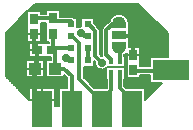
<source format=gtl>
G04 DipTrace 2.4.0.2*
%INcolor.gtl*%
%MOMM*%
%ADD13C,0.305*%
%ADD14C,0.152*%
%ADD16R,0.6X0.6*%
%ADD18R,0.4X0.5*%
%ADD19R,0.7X0.9*%
%ADD20R,0.9X0.7*%
%ADD21R,1.1X1.0*%
%ADD22R,1.6X1.7*%
%ADD23R,2.0X1.7*%
%ADD25R,1.2X0.737*%
%ADD26R,1.7X1.6*%
%ADD27R,1.7X2.032*%
%ADD28C,0.711*%
%FSLAX53Y53*%
G04*
G71*
G90*
G75*
G01*
%LNTop*%
%LPD*%
X14768Y16866D2*
D13*
Y15570D1*
X14701Y15503D1*
X14935Y13907D2*
Y15269D1*
X14701Y15503D1*
X16350Y11270D2*
Y13252D1*
X15696Y13907D1*
X14935D1*
X16294Y15640D2*
X14838D1*
X14701Y15503D1*
X21568Y13768D2*
X21808D1*
X21849Y13727D1*
X23887D1*
X23970Y13810D1*
X17694Y16650D2*
X17389D1*
X17138Y16902D1*
X17694Y14630D2*
Y15640D1*
X19690Y13534D2*
Y12070D1*
X18890Y11270D1*
X16294Y16650D2*
X16388D1*
X16954Y16084D1*
Y13049D1*
X18733Y11270D1*
X18890D1*
X20390Y13534D2*
Y12310D1*
X21430Y11270D1*
X17694Y17660D2*
X17779D1*
X18333Y17106D1*
Y14985D1*
X18886Y14432D1*
X13180Y16828D2*
Y15724D1*
X13401Y15503D1*
Y14072D1*
X13235Y13907D1*
X13810Y11270D2*
X13109D1*
Y13781D1*
X13235Y13907D1*
X21568Y15068D2*
Y16235D1*
X21159Y16643D1*
X20453D1*
X20342Y16754D1*
X16294Y14630D2*
X16038D1*
X15829Y14838D1*
X21498Y16194D2*
X21568Y16235D1*
X13235Y13907D2*
Y11845D1*
X13810Y11270D1*
X19690Y14534D2*
Y14704D1*
X19283Y15111D1*
Y17162D1*
X19968Y17847D1*
X20342D1*
X20390Y14534D2*
Y15615D1*
X20342Y15662D1*
X16294Y17660D2*
Y17923D1*
X15010D1*
X14768Y18166D1*
X13218D1*
X13180Y18128D1*
D28*
X15829Y14838D3*
X21498Y16194D3*
X17138Y16902D3*
X18886Y14432D3*
X13129Y19275D2*
D14*
X22109D1*
X12981Y19126D2*
X22259D1*
X12831Y18977D2*
X22407D1*
X12681Y18828D2*
X14168D1*
X15367D2*
X22557D1*
X13779Y18678D2*
X14168D1*
X15367D2*
X22707D1*
X12384Y18529D2*
X12582D1*
X15367D2*
X20197D1*
X20487D2*
X22855D1*
X12236Y18380D2*
X12582D1*
X15367D2*
X19809D1*
X20875D2*
X23005D1*
X12086Y18231D2*
X12582D1*
X16544D2*
X19678D1*
X21006D2*
X23152D1*
X11936Y18082D2*
X12582D1*
X16844D2*
X17144D1*
X18244D2*
X19578D1*
X21106D2*
X23302D1*
X11788Y17933D2*
X12582D1*
X16844D2*
X17144D1*
X18244D2*
X19492D1*
X21163D2*
X23452D1*
X11638Y17784D2*
X12582D1*
X16844D2*
X17144D1*
X18244D2*
X19342D1*
X21192D2*
X23600D1*
X11491Y17635D2*
X12582D1*
X13779D2*
X14168D1*
X16844D2*
X17144D1*
X18365D2*
X19195D1*
X21211D2*
X23750D1*
X11341Y17486D2*
X12582D1*
X13779D2*
X14168D1*
X16844D2*
X17037D1*
X18516D2*
X19045D1*
X21211D2*
X23898D1*
X11191Y17337D2*
X12582D1*
X13779D2*
X14168D1*
X18658D2*
X18923D1*
X21211D2*
X24048D1*
X11043Y17188D2*
X12582D1*
X13779D2*
X14168D1*
X18727D2*
X18883D1*
X21211D2*
X24198D1*
X10893Y17039D2*
X12582D1*
X13779D2*
X14168D1*
X18735D2*
X18880D1*
X21211D2*
X24345D1*
X10751Y16890D2*
X12582D1*
X13779D2*
X14168D1*
X18735D2*
X18880D1*
X21211D2*
X24488D1*
X10751Y16741D2*
X12582D1*
X13779D2*
X14168D1*
X18735D2*
X18880D1*
X21192D2*
X24488D1*
X10751Y16592D2*
X12582D1*
X13779D2*
X14168D1*
X18735D2*
X18880D1*
X21211D2*
X24488D1*
X10751Y16442D2*
X12582D1*
X13779D2*
X14168D1*
X18735D2*
X18880D1*
X21211D2*
X24488D1*
X10751Y16293D2*
X12582D1*
X13779D2*
X14168D1*
X18735D2*
X18880D1*
X21211D2*
X24488D1*
X10751Y16144D2*
X12582D1*
X13779D2*
X14365D1*
X18735D2*
X18880D1*
X21211D2*
X24488D1*
X10751Y15995D2*
X12701D1*
X18735D2*
X18880D1*
X21211D2*
X24488D1*
X10751Y15846D2*
X12701D1*
X18735D2*
X18880D1*
X21211D2*
X24488D1*
X10751Y15697D2*
X12701D1*
X18735D2*
X18880D1*
X22166D2*
X24488D1*
X10751Y15548D2*
X12701D1*
X18735D2*
X18880D1*
X22166D2*
X24488D1*
X10751Y15399D2*
X12701D1*
X18735D2*
X18880D1*
X22166D2*
X24488D1*
X10751Y15250D2*
X12701D1*
X18735D2*
X18880D1*
X22166D2*
X24488D1*
X10751Y15101D2*
X12701D1*
X18780D2*
X18880D1*
X20821D2*
X20969D1*
X22166D2*
X24488D1*
X10751Y14952D2*
X12701D1*
X20840D2*
X20969D1*
X22166D2*
X24488D1*
X10751Y14803D2*
X14532D1*
X20840D2*
X20969D1*
X22166D2*
X22921D1*
X10751Y14654D2*
X14532D1*
X20840D2*
X20969D1*
X22166D2*
X22921D1*
X10751Y14505D2*
X12434D1*
X14034D2*
X14134D1*
X20840D2*
X20969D1*
X22166D2*
X22921D1*
X10751Y14356D2*
X12434D1*
X14034D2*
X14134D1*
X20840D2*
X20969D1*
X22166D2*
X22921D1*
X10751Y14206D2*
X12434D1*
X14034D2*
X14134D1*
X18244D2*
X18327D1*
X20840D2*
X20969D1*
X22166D2*
X22921D1*
X10751Y14057D2*
X12434D1*
X14034D2*
X14134D1*
X17356D2*
X18416D1*
X20840D2*
X20969D1*
X10751Y13908D2*
X12434D1*
X14034D2*
X14134D1*
X17356D2*
X18599D1*
X20840D2*
X20969D1*
X10751Y13759D2*
X12434D1*
X14034D2*
X14134D1*
X17356D2*
X19240D1*
X20840D2*
X20969D1*
X10751Y13610D2*
X12434D1*
X14034D2*
X14134D1*
X17356D2*
X19240D1*
X20840D2*
X20969D1*
X10751Y13461D2*
X12434D1*
X14034D2*
X14134D1*
X17356D2*
X19240D1*
X20840D2*
X20969D1*
X10751Y13312D2*
X12434D1*
X14034D2*
X14134D1*
X17356D2*
X19240D1*
X20840D2*
X20969D1*
X22166D2*
X22921D1*
X10853Y13163D2*
X15878D1*
X17401D2*
X19240D1*
X20840D2*
X20969D1*
X22166D2*
X22921D1*
X11000Y13014D2*
X15949D1*
X17551D2*
X19288D1*
X20792D2*
X22921D1*
X11150Y12865D2*
X15949D1*
X17699D2*
X19288D1*
X20792D2*
X22921D1*
X11300Y12716D2*
X15949D1*
X17849D2*
X19288D1*
X20792D2*
X23940D1*
X11448Y12567D2*
X15949D1*
X17999D2*
X19288D1*
X20792D2*
X23790D1*
X11598Y12418D2*
X15949D1*
X18146D2*
X19288D1*
X20844D2*
X23643D1*
X11746Y12269D2*
X12710D1*
X14910D2*
X15251D1*
X22530D2*
X23493D1*
X11896Y12120D2*
X12710D1*
X14910D2*
X15251D1*
X22530D2*
X23345D1*
X12046Y11970D2*
X12710D1*
X14910D2*
X15251D1*
X22530D2*
X23195D1*
X12193Y11821D2*
X12710D1*
X14910D2*
X15251D1*
X22530D2*
X23045D1*
X12343Y11672D2*
X12710D1*
X14910D2*
X15251D1*
X22530D2*
X22897D1*
X12491Y11523D2*
X12710D1*
X14910D2*
X15251D1*
X22530D2*
X22747D1*
X14910Y11374D2*
X15251D1*
X14910Y11225D2*
X15251D1*
X14910Y11076D2*
X15251D1*
X14910Y10927D2*
X15251D1*
X14910Y10778D2*
X15251D1*
X16571Y18195D2*
X16829D1*
Y17407D1*
X16950Y17462D1*
X17024Y17481D1*
X17099Y17491D1*
X17159D1*
Y18195D1*
X18229D1*
Y17759D1*
X18607Y17379D1*
X18655Y17321D1*
X18691Y17253D1*
X18713Y17181D1*
X18720Y17106D1*
Y15146D1*
X18848Y15021D1*
X18907D1*
X18896Y15111D1*
Y17162D1*
X18903Y17237D1*
X18925Y17310D1*
X18961Y17377D1*
X19009Y17435D1*
X19553Y17979D1*
X19585Y18067D1*
X19654Y18175D1*
X19750Y18312D1*
X19794Y18360D1*
X19905Y18422D1*
X20037Y18488D1*
X20098Y18508D1*
X20298Y18546D1*
X20386D1*
X20586Y18508D1*
X20647Y18487D1*
X20847Y18387D1*
X20901Y18351D1*
X20978Y18250D1*
X21079Y18106D1*
X21129Y17989D1*
X21162Y17900D1*
X21177Y17818D1*
Y17682D1*
X21196Y17683D1*
Y16801D1*
X21174D1*
X21177Y16748D1*
Y16683D1*
X21196D1*
Y15826D1*
X21174D1*
X21181Y15753D1*
X22152D1*
X22154Y14115D1*
X22938D1*
X22935Y14554D1*
Y14895D1*
X24505D1*
X24504Y16896D1*
X21975Y19425D1*
X18731Y19424D1*
X13261D1*
X12909Y19069D1*
X12652Y18811D1*
X13434Y18813D1*
X13765D1*
Y18553D1*
X14183D1*
Y18851D1*
X15352D1*
Y18310D1*
X16294Y18311D1*
X16370Y18303D1*
X16443Y18281D1*
X16510Y18245D1*
X16571Y18194D1*
X18229Y14543D2*
Y14096D1*
X17341D1*
Y13210D1*
X18246Y12304D1*
X19303Y12305D1*
Y13049D1*
X19255Y13050D1*
Y13973D1*
X19189Y13925D1*
X19121Y13890D1*
X19049Y13865D1*
X18975Y13848D1*
X18899Y13842D1*
X18823Y13845D1*
X18748Y13858D1*
X18675Y13881D1*
X18606Y13912D1*
X18541Y13953D1*
X18483Y14001D1*
X18431Y14057D1*
X18386Y14118D1*
X18350Y14185D1*
X18323Y14257D1*
X18305Y14331D1*
X18296Y14406D1*
X18298Y14475D1*
X18227Y14544D1*
X19305Y14019D2*
X20125Y14017D1*
X20184Y14019D1*
X20825D1*
Y13050D1*
X20775D1*
X20777Y12696D1*
Y12470D1*
X20942Y12306D1*
X22098Y12305D1*
X22515D1*
Y11274D1*
X23966Y12726D1*
X22935Y12725D1*
Y13342D1*
X22287Y13340D1*
X22152D1*
Y13084D1*
X20983D1*
X20985Y14453D1*
X20983Y14506D1*
Y15266D1*
X20935Y15197D1*
X20890Y15149D1*
X20777Y15086D1*
Y15017D1*
X20825Y15019D1*
Y14050D1*
X19955Y14052D1*
X19896Y14050D1*
X19336D1*
X19251Y13968D1*
X14184Y17481D2*
X14183Y17779D1*
X13765D1*
X13763Y17443D1*
X13765Y17391D1*
Y16143D1*
X12596D1*
Y18755D1*
X10735Y16895D1*
X10736Y13651D1*
Y13264D1*
X12726Y11274D1*
X12725Y12305D1*
X14895D1*
Y10735D1*
X15264Y10736D1*
X15265Y11455D1*
Y12305D1*
X15963D1*
Y13092D1*
X15718Y13337D1*
X15720Y13172D1*
X14150D1*
Y14641D1*
X14548D1*
X14547Y14919D1*
X14016Y14921D1*
X13963Y14919D1*
X12716D1*
Y16088D1*
X14380D1*
X14381Y16182D1*
X14183Y16181D1*
X14185Y17551D1*
X12465Y14641D2*
X14020D1*
Y13172D1*
X12450D1*
Y14641D1*
X12465D1*
X13401Y16088D2*
Y14919D1*
X12716Y15503D2*
X13401D1*
X13235Y14641D2*
Y13172D1*
X12450Y13907D2*
X14019D1*
X21568Y15753D2*
Y15068D1*
X20983D2*
X22152D1*
X13180Y16828D2*
Y16144D1*
X12596Y16828D2*
X13765D1*
X20342Y16754D2*
X21177D1*
X13810Y12304D2*
Y11270D1*
X12726D2*
X14894D1*
D16*
X16294Y17660D3*
Y16650D3*
Y15640D3*
Y14630D3*
X17694D3*
Y15640D3*
Y16650D3*
Y17660D3*
D18*
X19690Y13534D3*
X20390D3*
Y14534D3*
X19690D3*
D19*
X14768Y18166D3*
Y16866D3*
D20*
X13401Y15503D3*
X14701D3*
D21*
X13235Y13907D3*
X14935D3*
D19*
X21568Y13768D3*
Y15068D3*
X13180Y18128D3*
Y16828D3*
D22*
X23970Y13810D3*
D23*
X25240D3*
G36*
X19742Y15691D2*
Y16131D1*
X20942D1*
Y15691D1*
X20882Y15531D1*
X20742Y15331D1*
X20542Y15231D1*
X20342Y15193D1*
X20142Y15231D1*
X19942Y15331D1*
X19802Y15531D1*
X19742Y15691D1*
G37*
G36*
X20942Y17818D2*
Y17378D1*
X19742D1*
Y17818D1*
X19802Y17978D1*
X19942Y18178D1*
X20142Y18278D1*
X20342Y18316D1*
X20542Y18278D1*
X20742Y18178D1*
X20882Y17978D1*
X20942Y17818D1*
G37*
D25*
X20342Y16754D3*
D26*
X13810Y11270D3*
X16350D3*
D27*
X13810Y10000D3*
X16350D3*
D26*
X18890Y11270D3*
X21430D3*
D27*
X18890Y10000D3*
X21430D3*
M02*

</source>
